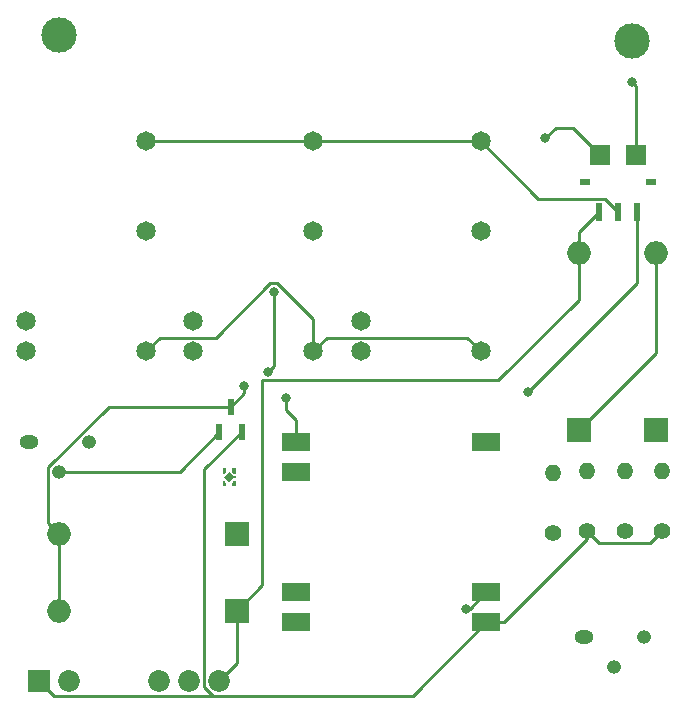
<source format=gbr>
%TF.GenerationSoftware,KiCad,Pcbnew,8.0.1*%
%TF.CreationDate,2024-03-27T00:25:59+01:00*%
%TF.ProjectId,recruitment,72656372-7569-4746-9d65-6e742e6b6963,V0*%
%TF.SameCoordinates,Original*%
%TF.FileFunction,Copper,L1,Top*%
%TF.FilePolarity,Positive*%
%FSLAX46Y46*%
G04 Gerber Fmt 4.6, Leading zero omitted, Abs format (unit mm)*
G04 Created by KiCad (PCBNEW 8.0.1) date 2024-03-27 00:25:59*
%MOMM*%
%LPD*%
G01*
G04 APERTURE LIST*
%TA.AperFunction,EtchedComponent*%
%ADD10C,0.000000*%
%TD*%
%TA.AperFunction,ComponentPad*%
%ADD11C,3.000000*%
%TD*%
%TA.AperFunction,ComponentPad*%
%ADD12C,1.651000*%
%TD*%
%TA.AperFunction,SMDPad,CuDef*%
%ADD13R,0.558800X1.320800*%
%TD*%
%TA.AperFunction,SMDPad,CuDef*%
%ADD14R,0.025400X0.025400*%
%TD*%
%TA.AperFunction,SMDPad,CuDef*%
%ADD15R,2.450000X1.600000*%
%TD*%
%TA.AperFunction,SMDPad,CuDef*%
%ADD16R,0.508000X1.600200*%
%TD*%
%TA.AperFunction,SMDPad,CuDef*%
%ADD17R,0.889000X0.609600*%
%TD*%
%TA.AperFunction,SMDPad,CuDef*%
%ADD18R,1.803400X1.701800*%
%TD*%
%TA.AperFunction,ComponentPad*%
%ADD19C,1.400000*%
%TD*%
%TA.AperFunction,ComponentPad*%
%ADD20O,1.400000X1.400000*%
%TD*%
%TA.AperFunction,ComponentPad*%
%ADD21O,1.200000X1.200000*%
%TD*%
%TA.AperFunction,ComponentPad*%
%ADD22O,1.600000X1.200000*%
%TD*%
%TA.AperFunction,ComponentPad*%
%ADD23R,1.850000X1.850000*%
%TD*%
%TA.AperFunction,ComponentPad*%
%ADD24C,1.850000*%
%TD*%
%TA.AperFunction,ComponentPad*%
%ADD25O,2.000000X2.000000*%
%TD*%
%TA.AperFunction,ComponentPad*%
%ADD26R,2.000000X2.000000*%
%TD*%
%TA.AperFunction,ViaPad*%
%ADD27C,0.800000*%
%TD*%
%TA.AperFunction,Conductor*%
%ADD28C,0.250000*%
%TD*%
G04 APERTURE END LIST*
D10*
%TA.AperFunction,EtchedComponent*%
%TO.C,U4*%
G36*
X121799800Y-103909999D02*
G01*
X121669800Y-103909999D01*
X121499800Y-103739999D01*
X121499800Y-103459999D01*
X121799800Y-103459999D01*
X121799800Y-103909999D01*
G37*
%TD.AperFunction*%
%TA.AperFunction,EtchedComponent*%
G36*
X120999800Y-104679999D02*
G01*
X120999800Y-104959999D01*
X120699800Y-104959999D01*
X120699800Y-104509999D01*
X120829800Y-104509999D01*
X120999800Y-104679999D01*
G37*
%TD.AperFunction*%
%TA.AperFunction,EtchedComponent*%
G36*
X121799800Y-104959999D02*
G01*
X121499800Y-104959999D01*
X121499800Y-104679999D01*
X121669800Y-104509999D01*
X121799800Y-104509999D01*
X121799800Y-104959999D01*
G37*
%TD.AperFunction*%
%TA.AperFunction,EtchedComponent*%
G36*
X120999800Y-103739999D02*
G01*
X120829800Y-103909999D01*
X120699800Y-103909999D01*
X120699800Y-103459999D01*
X120999800Y-103459999D01*
X120999800Y-103739999D01*
G37*
%TD.AperFunction*%
%TA.AperFunction,EtchedComponent*%
G36*
X121594800Y-104109999D02*
G01*
X121774800Y-104109999D01*
X121774800Y-104309999D01*
X121594800Y-104309999D01*
X121249800Y-104655474D01*
X120804325Y-104209999D01*
X121249800Y-103764524D01*
X121594800Y-104109999D01*
G37*
%TD.AperFunction*%
%TD*%
D11*
%TO.P,REF\u002A\u002A,1*%
%TO.N,N/C*%
X155350000Y-67260000D03*
%TD*%
%TO.P,REF\u002A\u002A,1*%
%TO.N,N/C*%
X106850000Y-66760000D03*
%TD*%
D12*
%TO.P,U8,1,1*%
%TO.N,/Relay block/Activate*%
X114192800Y-93540000D03*
%TO.P,U8,3,3*%
%TO.N,LOAD SUPPLY*%
X114192800Y-83380000D03*
%TO.P,U8,4,4*%
%TO.N,GND*%
X114192800Y-75760000D03*
%TO.P,U8,5,5*%
%TO.N,/Relay block/Load out*%
X104032800Y-91000000D03*
%TO.P,U8,6*%
%TO.N,N/C*%
X104032800Y-93540000D03*
%TD*%
%TO.P,U7,1,1*%
%TO.N,/Relay block/Activate*%
X128350000Y-93540000D03*
%TO.P,U7,3,3*%
%TO.N,LOAD SUPPLY*%
X128350000Y-83380000D03*
%TO.P,U7,4,4*%
%TO.N,GND*%
X128350000Y-75760000D03*
%TO.P,U7,5,5*%
%TO.N,/Relay block/Load out*%
X118190000Y-91000000D03*
%TO.P,U7,6*%
%TO.N,N/C*%
X118190000Y-93540000D03*
%TD*%
%TO.P,U6,1,1*%
%TO.N,/Relay block/Activate*%
X142507200Y-93540000D03*
%TO.P,U6,3,3*%
%TO.N,LOAD SUPPLY*%
X142507200Y-83380000D03*
%TO.P,U6,4,4*%
%TO.N,GND*%
X142507200Y-75760000D03*
%TO.P,U6,5,5*%
%TO.N,/Relay block/Load out*%
X132347200Y-91000000D03*
%TO.P,U6,6*%
%TO.N,N/C*%
X132347200Y-93540000D03*
%TD*%
D13*
%TO.P,U5,1,\u002ARST*%
%TO.N,Net-(Q2-B)*%
X120399999Y-100393600D03*
%TO.P,U5,2,VCC*%
%TO.N,5V*%
X122300001Y-100393600D03*
%TO.P,U5,3,VSS*%
%TO.N,GND*%
X121350000Y-98260000D03*
%TD*%
D14*
%TO.P,U4,1,1*%
%TO.N,unconnected-(U4-Pad1)*%
X120850000Y-103760000D03*
%TO.P,U4,2,GND*%
%TO.N,GND*%
X120850000Y-104659998D03*
%TO.P,U4,3,0.55V_out*%
%TO.N,trigger value*%
X121649600Y-104659998D03*
%TO.P,U4,4,4*%
%TO.N,unconnected-(U4-Pad4)*%
X121649600Y-103760000D03*
%TO.P,U4,5,pow_in*%
%TO.N,3\u002C3V*%
X121249800Y-104209999D03*
%TD*%
D15*
%TO.P,U3,1,-VIN*%
%TO.N,GND*%
X126850000Y-101260000D03*
%TO.P,U3,2,ON/~{OFF}*%
%TO.N,unconnected-(U3-ON{slash}~{OFF}-Pad2)*%
X126850000Y-103800000D03*
%TO.P,U3,6,NC*%
%TO.N,unconnected-(U3-NC-Pad6)*%
X126850000Y-113960000D03*
%TO.P,U3,7,NC*%
%TO.N,unconnected-(U3-NC-Pad7)*%
X126850000Y-116500000D03*
%TO.P,U3,8,+VOUT*%
%TO.N,5V*%
X143000000Y-116500000D03*
%TO.P,U3,9,-VOUT*%
%TO.N,Net-(PS1--Vin)*%
X143000000Y-113960000D03*
%TO.P,U3,14,+VIN*%
%TO.N,MONITOR SUPPLY*%
X143000000Y-101260000D03*
%TD*%
D16*
%TO.P,U1,1,1*%
%TO.N,3\u002C3V*%
X152550001Y-81760000D03*
%TO.P,U1,2,2*%
%TO.N,GND*%
X154150000Y-81760000D03*
%TO.P,U1,3,3*%
%TO.N,Net-(Rf1-Pad1)*%
X155750000Y-81760000D03*
D17*
%TO.P,U1,7,7*%
%TO.N,unconnected-(U1-Pad7)*%
X151350000Y-79260000D03*
%TO.P,U1,4,4*%
%TO.N,unconnected-(U1-Pad4)*%
X156949999Y-79260000D03*
D18*
%TO.P,U1,6,6*%
%TO.N,/Relay block/Load out*%
X152650003Y-76910000D03*
%TO.P,U1,5,5*%
%TO.N,LOAD SYSTEM*%
X155649997Y-76910000D03*
%TD*%
D19*
%TO.P,Rf1,1*%
%TO.N,Net-(Rf1-Pad1)*%
X148602500Y-108950000D03*
D20*
%TO.P,Rf1,2*%
%TO.N,signal*%
X148602500Y-103870000D03*
%TD*%
D19*
%TO.P,R5,1*%
%TO.N,5V*%
X157850000Y-108800000D03*
D20*
%TO.P,R5,2*%
%TO.N,Net-(Q2-C)*%
X157850000Y-103720000D03*
%TD*%
D19*
%TO.P,R2,1*%
%TO.N,Net-(Q1-B)*%
X154700000Y-108800000D03*
D20*
%TO.P,R2,2*%
%TO.N,Net-(R2-Pad2)*%
X154700000Y-103720000D03*
%TD*%
D19*
%TO.P,R1,1*%
%TO.N,5V*%
X151550000Y-108800000D03*
D20*
%TO.P,R1,2*%
%TO.N,Net-(Q1-C)*%
X151550000Y-103720000D03*
%TD*%
D21*
%TO.P,Q2,3,C*%
%TO.N,Net-(Q2-C)*%
X109390000Y-101220000D03*
%TO.P,Q2,2,B*%
%TO.N,Net-(Q2-B)*%
X106850000Y-103760000D03*
D22*
%TO.P,Q2,1,E*%
%TO.N,/Relay block/Reset*%
X104310000Y-101220000D03*
%TD*%
%TO.P,Q1,1,E*%
%TO.N,/Relay block/Activate*%
X151270000Y-117760000D03*
D21*
%TO.P,Q1,2,B*%
%TO.N,Net-(Q1-B)*%
X153810000Y-120300000D03*
%TO.P,Q1,3,C*%
%TO.N,Net-(Q1-C)*%
X156350000Y-117760000D03*
%TD*%
D23*
%TO.P,PS1,1,+Vin*%
%TO.N,5V*%
X105140000Y-121450000D03*
D24*
%TO.P,PS1,2,-Vin*%
%TO.N,Net-(PS1--Vin)*%
X107680000Y-121450000D03*
%TO.P,PS1,4,-Vout*%
%TO.N,GND*%
X115300000Y-121450000D03*
%TO.P,PS1,5,0V*%
%TO.N,unconnected-(PS1-0V-Pad5)*%
X117840000Y-121450000D03*
%TO.P,PS1,6,+Vout*%
%TO.N,3\u002C3V*%
X120380000Y-121450000D03*
%TD*%
D25*
%TO.P,Cf1,2*%
%TO.N,GND*%
X157350000Y-85260000D03*
D26*
%TO.P,Cf1,1*%
%TO.N,signal*%
X157350000Y-100260000D03*
%TD*%
D25*
%TO.P,Cbyp3,2*%
%TO.N,GND*%
X106850000Y-108982500D03*
D26*
%TO.P,Cbyp3,1*%
%TO.N,trigger value*%
X121850000Y-108982500D03*
%TD*%
D25*
%TO.P,Cbyp2,2*%
%TO.N,GND*%
X106850000Y-115517500D03*
D26*
%TO.P,Cbyp2,1*%
%TO.N,3\u002C3V*%
X121850000Y-115517500D03*
%TD*%
%TO.P,Cbyp1,1*%
%TO.N,GND*%
X150815000Y-100260000D03*
D25*
%TO.P,Cbyp1,2*%
%TO.N,3\u002C3V*%
X150815000Y-85260000D03*
%TD*%
D27*
%TO.N,GND*%
X124500000Y-95275000D03*
X125000000Y-88500000D03*
%TO.N,/Relay block/Load out*%
X148000000Y-75500000D03*
%TO.N,Net-(Rf1-Pad1)*%
X146500000Y-97000000D03*
%TO.N,GND*%
X126000000Y-97500000D03*
X122500000Y-96500000D03*
%TO.N,Net-(PS1--Vin)*%
X141289757Y-115347096D03*
%TO.N,LOAD SYSTEM*%
X155350000Y-70760000D03*
%TD*%
D28*
%TO.N,/Relay block/Activate*%
X128350000Y-93540000D02*
X129500500Y-92389500D01*
X129500500Y-92389500D02*
X141356700Y-92389500D01*
X141356700Y-92389500D02*
X142507200Y-93540000D01*
X114192800Y-93540000D02*
X115343300Y-92389500D01*
X115343300Y-92389500D02*
X120085195Y-92389500D01*
X120085195Y-92389500D02*
X124699695Y-87775000D01*
X124699695Y-87775000D02*
X125300305Y-87775000D01*
X125300305Y-87775000D02*
X128350000Y-90824695D01*
X128350000Y-90824695D02*
X128350000Y-93540000D01*
%TO.N,GND*%
X125000000Y-94775000D02*
X124500000Y-95275000D01*
X125000000Y-88500000D02*
X125000000Y-94775000D01*
%TO.N,/Relay block/Load out*%
X148890500Y-74609500D02*
X148000000Y-75500000D01*
X150349503Y-74609500D02*
X148890500Y-74609500D01*
X152650003Y-76910000D02*
X150349503Y-74609500D01*
%TO.N,GND*%
X157350000Y-85260000D02*
X157350000Y-93725000D01*
X157350000Y-93725000D02*
X150815000Y-100260000D01*
%TO.N,Net-(Rf1-Pad1)*%
X146500000Y-97000000D02*
X155750000Y-87750000D01*
X155750000Y-87750000D02*
X155750000Y-81760000D01*
%TO.N,GND*%
X126000000Y-97500000D02*
X126000000Y-98500000D01*
X126000000Y-98500000D02*
X126850000Y-99350000D01*
X126850000Y-99350000D02*
X126850000Y-101260000D01*
X122500000Y-97110000D02*
X122500000Y-96500000D01*
X121350000Y-98260000D02*
X122500000Y-97110000D01*
X106850000Y-108982500D02*
X105925000Y-108057500D01*
X105925000Y-108057500D02*
X105925000Y-103376852D01*
X105925000Y-103376852D02*
X111041852Y-98260000D01*
X111041852Y-98260000D02*
X121350000Y-98260000D01*
X106850000Y-115517500D02*
X106850000Y-108982500D01*
%TO.N,Net-(PS1--Vin)*%
X141612904Y-115347096D02*
X143000000Y-113960000D01*
X141289757Y-115347096D02*
X141612904Y-115347096D01*
%TO.N,5V*%
X143000000Y-116500000D02*
X136800000Y-122700000D01*
X136800000Y-122700000D02*
X106390000Y-122700000D01*
X106390000Y-122700000D02*
X105140000Y-121450000D01*
X119130000Y-103563601D02*
X122300001Y-100393600D01*
X136800000Y-122700000D02*
X119862233Y-122700000D01*
X119862233Y-122700000D02*
X119130000Y-121967767D01*
X119130000Y-121967767D02*
X119130000Y-103563601D01*
X151550000Y-108800000D02*
X151550000Y-109450000D01*
X151550000Y-109450000D02*
X144500000Y-116500000D01*
X144500000Y-116500000D02*
X143000000Y-116500000D01*
X157850000Y-108800000D02*
X156825000Y-109825000D01*
X156825000Y-109825000D02*
X152575000Y-109825000D01*
X152575000Y-109825000D02*
X151550000Y-108800000D01*
%TO.N,Net-(Q2-B)*%
X106850000Y-103760000D02*
X117033599Y-103760000D01*
X117033599Y-103760000D02*
X120399999Y-100393600D01*
%TO.N,3\u002C3V*%
X121850000Y-115517500D02*
X121850000Y-119980000D01*
X121850000Y-119980000D02*
X120380000Y-121450000D01*
X150815000Y-85260000D02*
X150815000Y-89185000D01*
X150815000Y-89185000D02*
X144000000Y-96000000D01*
X144000000Y-96000000D02*
X124000000Y-96000000D01*
X124000000Y-96000000D02*
X124000000Y-113367500D01*
X124000000Y-113367500D02*
X121850000Y-115517500D01*
X150815000Y-85260000D02*
X150815000Y-83495001D01*
X150815000Y-83495001D02*
X152550001Y-81760000D01*
%TO.N,GND*%
X142507200Y-75760000D02*
X147382100Y-80634900D01*
X147382100Y-80634900D02*
X153024900Y-80634900D01*
X153024900Y-80634900D02*
X154150000Y-81760000D01*
X128350000Y-75760000D02*
X142507200Y-75760000D01*
X114192800Y-75760000D02*
X128350000Y-75760000D01*
%TO.N,LOAD SYSTEM*%
X155649997Y-71059997D02*
X155350000Y-70760000D01*
X155649997Y-76910000D02*
X155649997Y-71059997D01*
%TD*%
M02*

</source>
